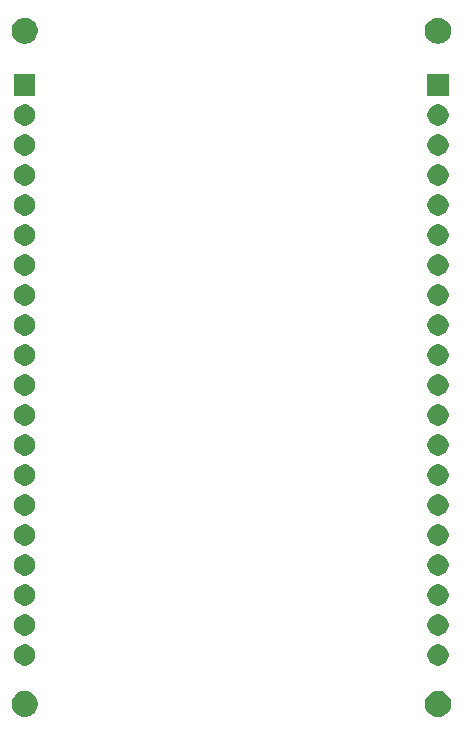
<source format=gbs>
G04 #@! TF.GenerationSoftware,KiCad,Pcbnew,(5.1.5)-3*
G04 #@! TF.CreationDate,2020-02-19T21:31:58-08:00*
G04 #@! TF.ProjectId,SimpleF303,53696d70-6c65-4463-9330-332e6b696361,0.1*
G04 #@! TF.SameCoordinates,Original*
G04 #@! TF.FileFunction,Soldermask,Bot*
G04 #@! TF.FilePolarity,Negative*
%FSLAX46Y46*%
G04 Gerber Fmt 4.6, Leading zero omitted, Abs format (unit mm)*
G04 Created by KiCad (PCBNEW (5.1.5)-3) date 2020-02-19 21:31:58*
%MOMM*%
%LPD*%
G04 APERTURE LIST*
%ADD10C,0.100000*%
G04 APERTURE END LIST*
D10*
G36*
X146114794Y-170870155D02*
G01*
X146221150Y-170891311D01*
X146421520Y-170974307D01*
X146601844Y-171094795D01*
X146755205Y-171248156D01*
X146875693Y-171428480D01*
X146958689Y-171628851D01*
X147001000Y-171841560D01*
X147001000Y-172058440D01*
X146958689Y-172271149D01*
X146875693Y-172471520D01*
X146755205Y-172651844D01*
X146601844Y-172805205D01*
X146421520Y-172925693D01*
X146321334Y-172967191D01*
X146221150Y-173008689D01*
X146114795Y-173029844D01*
X146008440Y-173051000D01*
X145791560Y-173051000D01*
X145685205Y-173029844D01*
X145578850Y-173008689D01*
X145478666Y-172967191D01*
X145378480Y-172925693D01*
X145198156Y-172805205D01*
X145044795Y-172651844D01*
X144924307Y-172471520D01*
X144841311Y-172271149D01*
X144799000Y-172058440D01*
X144799000Y-171841560D01*
X144841311Y-171628851D01*
X144924307Y-171428480D01*
X145044795Y-171248156D01*
X145198156Y-171094795D01*
X145378480Y-170974307D01*
X145478666Y-170932809D01*
X145578850Y-170891311D01*
X145685206Y-170870155D01*
X145791560Y-170849000D01*
X146008440Y-170849000D01*
X146114794Y-170870155D01*
G37*
G36*
X111114794Y-170870155D02*
G01*
X111221150Y-170891311D01*
X111421520Y-170974307D01*
X111601844Y-171094795D01*
X111755205Y-171248156D01*
X111875693Y-171428480D01*
X111958689Y-171628851D01*
X112001000Y-171841560D01*
X112001000Y-172058440D01*
X111958689Y-172271149D01*
X111875693Y-172471520D01*
X111755205Y-172651844D01*
X111601844Y-172805205D01*
X111421520Y-172925693D01*
X111321334Y-172967191D01*
X111221150Y-173008689D01*
X111114795Y-173029844D01*
X111008440Y-173051000D01*
X110791560Y-173051000D01*
X110685205Y-173029844D01*
X110578850Y-173008689D01*
X110478666Y-172967191D01*
X110378480Y-172925693D01*
X110198156Y-172805205D01*
X110044795Y-172651844D01*
X109924307Y-172471520D01*
X109841311Y-172271149D01*
X109799000Y-172058440D01*
X109799000Y-171841560D01*
X109841311Y-171628851D01*
X109924307Y-171428480D01*
X110044795Y-171248156D01*
X110198156Y-171094795D01*
X110378480Y-170974307D01*
X110578850Y-170891311D01*
X110685206Y-170870155D01*
X110791560Y-170849000D01*
X111008440Y-170849000D01*
X111114794Y-170870155D01*
G37*
G36*
X146013512Y-166913927D02*
G01*
X146162812Y-166943624D01*
X146326784Y-167011544D01*
X146474354Y-167110147D01*
X146599853Y-167235646D01*
X146698456Y-167383216D01*
X146766376Y-167547188D01*
X146801000Y-167721259D01*
X146801000Y-167898741D01*
X146766376Y-168072812D01*
X146698456Y-168236784D01*
X146599853Y-168384354D01*
X146474354Y-168509853D01*
X146326784Y-168608456D01*
X146162812Y-168676376D01*
X146013512Y-168706073D01*
X145988742Y-168711000D01*
X145811258Y-168711000D01*
X145786488Y-168706073D01*
X145637188Y-168676376D01*
X145473216Y-168608456D01*
X145325646Y-168509853D01*
X145200147Y-168384354D01*
X145101544Y-168236784D01*
X145033624Y-168072812D01*
X144999000Y-167898741D01*
X144999000Y-167721259D01*
X145033624Y-167547188D01*
X145101544Y-167383216D01*
X145200147Y-167235646D01*
X145325646Y-167110147D01*
X145473216Y-167011544D01*
X145637188Y-166943624D01*
X145786488Y-166913927D01*
X145811258Y-166909000D01*
X145988742Y-166909000D01*
X146013512Y-166913927D01*
G37*
G36*
X111013512Y-166913927D02*
G01*
X111162812Y-166943624D01*
X111326784Y-167011544D01*
X111474354Y-167110147D01*
X111599853Y-167235646D01*
X111698456Y-167383216D01*
X111766376Y-167547188D01*
X111801000Y-167721259D01*
X111801000Y-167898741D01*
X111766376Y-168072812D01*
X111698456Y-168236784D01*
X111599853Y-168384354D01*
X111474354Y-168509853D01*
X111326784Y-168608456D01*
X111162812Y-168676376D01*
X111013512Y-168706073D01*
X110988742Y-168711000D01*
X110811258Y-168711000D01*
X110786488Y-168706073D01*
X110637188Y-168676376D01*
X110473216Y-168608456D01*
X110325646Y-168509853D01*
X110200147Y-168384354D01*
X110101544Y-168236784D01*
X110033624Y-168072812D01*
X109999000Y-167898741D01*
X109999000Y-167721259D01*
X110033624Y-167547188D01*
X110101544Y-167383216D01*
X110200147Y-167235646D01*
X110325646Y-167110147D01*
X110473216Y-167011544D01*
X110637188Y-166943624D01*
X110786488Y-166913927D01*
X110811258Y-166909000D01*
X110988742Y-166909000D01*
X111013512Y-166913927D01*
G37*
G36*
X146013512Y-164373927D02*
G01*
X146162812Y-164403624D01*
X146326784Y-164471544D01*
X146474354Y-164570147D01*
X146599853Y-164695646D01*
X146698456Y-164843216D01*
X146766376Y-165007188D01*
X146801000Y-165181259D01*
X146801000Y-165358741D01*
X146766376Y-165532812D01*
X146698456Y-165696784D01*
X146599853Y-165844354D01*
X146474354Y-165969853D01*
X146326784Y-166068456D01*
X146162812Y-166136376D01*
X146013512Y-166166073D01*
X145988742Y-166171000D01*
X145811258Y-166171000D01*
X145786488Y-166166073D01*
X145637188Y-166136376D01*
X145473216Y-166068456D01*
X145325646Y-165969853D01*
X145200147Y-165844354D01*
X145101544Y-165696784D01*
X145033624Y-165532812D01*
X144999000Y-165358741D01*
X144999000Y-165181259D01*
X145033624Y-165007188D01*
X145101544Y-164843216D01*
X145200147Y-164695646D01*
X145325646Y-164570147D01*
X145473216Y-164471544D01*
X145637188Y-164403624D01*
X145786488Y-164373927D01*
X145811258Y-164369000D01*
X145988742Y-164369000D01*
X146013512Y-164373927D01*
G37*
G36*
X111013512Y-164373927D02*
G01*
X111162812Y-164403624D01*
X111326784Y-164471544D01*
X111474354Y-164570147D01*
X111599853Y-164695646D01*
X111698456Y-164843216D01*
X111766376Y-165007188D01*
X111801000Y-165181259D01*
X111801000Y-165358741D01*
X111766376Y-165532812D01*
X111698456Y-165696784D01*
X111599853Y-165844354D01*
X111474354Y-165969853D01*
X111326784Y-166068456D01*
X111162812Y-166136376D01*
X111013512Y-166166073D01*
X110988742Y-166171000D01*
X110811258Y-166171000D01*
X110786488Y-166166073D01*
X110637188Y-166136376D01*
X110473216Y-166068456D01*
X110325646Y-165969853D01*
X110200147Y-165844354D01*
X110101544Y-165696784D01*
X110033624Y-165532812D01*
X109999000Y-165358741D01*
X109999000Y-165181259D01*
X110033624Y-165007188D01*
X110101544Y-164843216D01*
X110200147Y-164695646D01*
X110325646Y-164570147D01*
X110473216Y-164471544D01*
X110637188Y-164403624D01*
X110786488Y-164373927D01*
X110811258Y-164369000D01*
X110988742Y-164369000D01*
X111013512Y-164373927D01*
G37*
G36*
X111013512Y-161833927D02*
G01*
X111162812Y-161863624D01*
X111326784Y-161931544D01*
X111474354Y-162030147D01*
X111599853Y-162155646D01*
X111698456Y-162303216D01*
X111766376Y-162467188D01*
X111801000Y-162641259D01*
X111801000Y-162818741D01*
X111766376Y-162992812D01*
X111698456Y-163156784D01*
X111599853Y-163304354D01*
X111474354Y-163429853D01*
X111326784Y-163528456D01*
X111162812Y-163596376D01*
X111013512Y-163626073D01*
X110988742Y-163631000D01*
X110811258Y-163631000D01*
X110786488Y-163626073D01*
X110637188Y-163596376D01*
X110473216Y-163528456D01*
X110325646Y-163429853D01*
X110200147Y-163304354D01*
X110101544Y-163156784D01*
X110033624Y-162992812D01*
X109999000Y-162818741D01*
X109999000Y-162641259D01*
X110033624Y-162467188D01*
X110101544Y-162303216D01*
X110200147Y-162155646D01*
X110325646Y-162030147D01*
X110473216Y-161931544D01*
X110637188Y-161863624D01*
X110786488Y-161833927D01*
X110811258Y-161829000D01*
X110988742Y-161829000D01*
X111013512Y-161833927D01*
G37*
G36*
X146013512Y-161833927D02*
G01*
X146162812Y-161863624D01*
X146326784Y-161931544D01*
X146474354Y-162030147D01*
X146599853Y-162155646D01*
X146698456Y-162303216D01*
X146766376Y-162467188D01*
X146801000Y-162641259D01*
X146801000Y-162818741D01*
X146766376Y-162992812D01*
X146698456Y-163156784D01*
X146599853Y-163304354D01*
X146474354Y-163429853D01*
X146326784Y-163528456D01*
X146162812Y-163596376D01*
X146013512Y-163626073D01*
X145988742Y-163631000D01*
X145811258Y-163631000D01*
X145786488Y-163626073D01*
X145637188Y-163596376D01*
X145473216Y-163528456D01*
X145325646Y-163429853D01*
X145200147Y-163304354D01*
X145101544Y-163156784D01*
X145033624Y-162992812D01*
X144999000Y-162818741D01*
X144999000Y-162641259D01*
X145033624Y-162467188D01*
X145101544Y-162303216D01*
X145200147Y-162155646D01*
X145325646Y-162030147D01*
X145473216Y-161931544D01*
X145637188Y-161863624D01*
X145786488Y-161833927D01*
X145811258Y-161829000D01*
X145988742Y-161829000D01*
X146013512Y-161833927D01*
G37*
G36*
X111013512Y-159293927D02*
G01*
X111162812Y-159323624D01*
X111326784Y-159391544D01*
X111474354Y-159490147D01*
X111599853Y-159615646D01*
X111698456Y-159763216D01*
X111766376Y-159927188D01*
X111801000Y-160101259D01*
X111801000Y-160278741D01*
X111766376Y-160452812D01*
X111698456Y-160616784D01*
X111599853Y-160764354D01*
X111474354Y-160889853D01*
X111326784Y-160988456D01*
X111162812Y-161056376D01*
X111013512Y-161086073D01*
X110988742Y-161091000D01*
X110811258Y-161091000D01*
X110786488Y-161086073D01*
X110637188Y-161056376D01*
X110473216Y-160988456D01*
X110325646Y-160889853D01*
X110200147Y-160764354D01*
X110101544Y-160616784D01*
X110033624Y-160452812D01*
X109999000Y-160278741D01*
X109999000Y-160101259D01*
X110033624Y-159927188D01*
X110101544Y-159763216D01*
X110200147Y-159615646D01*
X110325646Y-159490147D01*
X110473216Y-159391544D01*
X110637188Y-159323624D01*
X110786488Y-159293927D01*
X110811258Y-159289000D01*
X110988742Y-159289000D01*
X111013512Y-159293927D01*
G37*
G36*
X146013512Y-159293927D02*
G01*
X146162812Y-159323624D01*
X146326784Y-159391544D01*
X146474354Y-159490147D01*
X146599853Y-159615646D01*
X146698456Y-159763216D01*
X146766376Y-159927188D01*
X146801000Y-160101259D01*
X146801000Y-160278741D01*
X146766376Y-160452812D01*
X146698456Y-160616784D01*
X146599853Y-160764354D01*
X146474354Y-160889853D01*
X146326784Y-160988456D01*
X146162812Y-161056376D01*
X146013512Y-161086073D01*
X145988742Y-161091000D01*
X145811258Y-161091000D01*
X145786488Y-161086073D01*
X145637188Y-161056376D01*
X145473216Y-160988456D01*
X145325646Y-160889853D01*
X145200147Y-160764354D01*
X145101544Y-160616784D01*
X145033624Y-160452812D01*
X144999000Y-160278741D01*
X144999000Y-160101259D01*
X145033624Y-159927188D01*
X145101544Y-159763216D01*
X145200147Y-159615646D01*
X145325646Y-159490147D01*
X145473216Y-159391544D01*
X145637188Y-159323624D01*
X145786488Y-159293927D01*
X145811258Y-159289000D01*
X145988742Y-159289000D01*
X146013512Y-159293927D01*
G37*
G36*
X146013512Y-156753927D02*
G01*
X146162812Y-156783624D01*
X146326784Y-156851544D01*
X146474354Y-156950147D01*
X146599853Y-157075646D01*
X146698456Y-157223216D01*
X146766376Y-157387188D01*
X146801000Y-157561259D01*
X146801000Y-157738741D01*
X146766376Y-157912812D01*
X146698456Y-158076784D01*
X146599853Y-158224354D01*
X146474354Y-158349853D01*
X146326784Y-158448456D01*
X146162812Y-158516376D01*
X146013512Y-158546073D01*
X145988742Y-158551000D01*
X145811258Y-158551000D01*
X145786488Y-158546073D01*
X145637188Y-158516376D01*
X145473216Y-158448456D01*
X145325646Y-158349853D01*
X145200147Y-158224354D01*
X145101544Y-158076784D01*
X145033624Y-157912812D01*
X144999000Y-157738741D01*
X144999000Y-157561259D01*
X145033624Y-157387188D01*
X145101544Y-157223216D01*
X145200147Y-157075646D01*
X145325646Y-156950147D01*
X145473216Y-156851544D01*
X145637188Y-156783624D01*
X145786488Y-156753927D01*
X145811258Y-156749000D01*
X145988742Y-156749000D01*
X146013512Y-156753927D01*
G37*
G36*
X111013512Y-156753927D02*
G01*
X111162812Y-156783624D01*
X111326784Y-156851544D01*
X111474354Y-156950147D01*
X111599853Y-157075646D01*
X111698456Y-157223216D01*
X111766376Y-157387188D01*
X111801000Y-157561259D01*
X111801000Y-157738741D01*
X111766376Y-157912812D01*
X111698456Y-158076784D01*
X111599853Y-158224354D01*
X111474354Y-158349853D01*
X111326784Y-158448456D01*
X111162812Y-158516376D01*
X111013512Y-158546073D01*
X110988742Y-158551000D01*
X110811258Y-158551000D01*
X110786488Y-158546073D01*
X110637188Y-158516376D01*
X110473216Y-158448456D01*
X110325646Y-158349853D01*
X110200147Y-158224354D01*
X110101544Y-158076784D01*
X110033624Y-157912812D01*
X109999000Y-157738741D01*
X109999000Y-157561259D01*
X110033624Y-157387188D01*
X110101544Y-157223216D01*
X110200147Y-157075646D01*
X110325646Y-156950147D01*
X110473216Y-156851544D01*
X110637188Y-156783624D01*
X110786488Y-156753927D01*
X110811258Y-156749000D01*
X110988742Y-156749000D01*
X111013512Y-156753927D01*
G37*
G36*
X146013512Y-154213927D02*
G01*
X146162812Y-154243624D01*
X146326784Y-154311544D01*
X146474354Y-154410147D01*
X146599853Y-154535646D01*
X146698456Y-154683216D01*
X146766376Y-154847188D01*
X146801000Y-155021259D01*
X146801000Y-155198741D01*
X146766376Y-155372812D01*
X146698456Y-155536784D01*
X146599853Y-155684354D01*
X146474354Y-155809853D01*
X146326784Y-155908456D01*
X146162812Y-155976376D01*
X146013512Y-156006073D01*
X145988742Y-156011000D01*
X145811258Y-156011000D01*
X145786488Y-156006073D01*
X145637188Y-155976376D01*
X145473216Y-155908456D01*
X145325646Y-155809853D01*
X145200147Y-155684354D01*
X145101544Y-155536784D01*
X145033624Y-155372812D01*
X144999000Y-155198741D01*
X144999000Y-155021259D01*
X145033624Y-154847188D01*
X145101544Y-154683216D01*
X145200147Y-154535646D01*
X145325646Y-154410147D01*
X145473216Y-154311544D01*
X145637188Y-154243624D01*
X145786488Y-154213927D01*
X145811258Y-154209000D01*
X145988742Y-154209000D01*
X146013512Y-154213927D01*
G37*
G36*
X111013512Y-154213927D02*
G01*
X111162812Y-154243624D01*
X111326784Y-154311544D01*
X111474354Y-154410147D01*
X111599853Y-154535646D01*
X111698456Y-154683216D01*
X111766376Y-154847188D01*
X111801000Y-155021259D01*
X111801000Y-155198741D01*
X111766376Y-155372812D01*
X111698456Y-155536784D01*
X111599853Y-155684354D01*
X111474354Y-155809853D01*
X111326784Y-155908456D01*
X111162812Y-155976376D01*
X111013512Y-156006073D01*
X110988742Y-156011000D01*
X110811258Y-156011000D01*
X110786488Y-156006073D01*
X110637188Y-155976376D01*
X110473216Y-155908456D01*
X110325646Y-155809853D01*
X110200147Y-155684354D01*
X110101544Y-155536784D01*
X110033624Y-155372812D01*
X109999000Y-155198741D01*
X109999000Y-155021259D01*
X110033624Y-154847188D01*
X110101544Y-154683216D01*
X110200147Y-154535646D01*
X110325646Y-154410147D01*
X110473216Y-154311544D01*
X110637188Y-154243624D01*
X110786488Y-154213927D01*
X110811258Y-154209000D01*
X110988742Y-154209000D01*
X111013512Y-154213927D01*
G37*
G36*
X146013512Y-151673927D02*
G01*
X146162812Y-151703624D01*
X146326784Y-151771544D01*
X146474354Y-151870147D01*
X146599853Y-151995646D01*
X146698456Y-152143216D01*
X146766376Y-152307188D01*
X146801000Y-152481259D01*
X146801000Y-152658741D01*
X146766376Y-152832812D01*
X146698456Y-152996784D01*
X146599853Y-153144354D01*
X146474354Y-153269853D01*
X146326784Y-153368456D01*
X146162812Y-153436376D01*
X146013512Y-153466073D01*
X145988742Y-153471000D01*
X145811258Y-153471000D01*
X145786488Y-153466073D01*
X145637188Y-153436376D01*
X145473216Y-153368456D01*
X145325646Y-153269853D01*
X145200147Y-153144354D01*
X145101544Y-152996784D01*
X145033624Y-152832812D01*
X144999000Y-152658741D01*
X144999000Y-152481259D01*
X145033624Y-152307188D01*
X145101544Y-152143216D01*
X145200147Y-151995646D01*
X145325646Y-151870147D01*
X145473216Y-151771544D01*
X145637188Y-151703624D01*
X145786488Y-151673927D01*
X145811258Y-151669000D01*
X145988742Y-151669000D01*
X146013512Y-151673927D01*
G37*
G36*
X111013512Y-151673927D02*
G01*
X111162812Y-151703624D01*
X111326784Y-151771544D01*
X111474354Y-151870147D01*
X111599853Y-151995646D01*
X111698456Y-152143216D01*
X111766376Y-152307188D01*
X111801000Y-152481259D01*
X111801000Y-152658741D01*
X111766376Y-152832812D01*
X111698456Y-152996784D01*
X111599853Y-153144354D01*
X111474354Y-153269853D01*
X111326784Y-153368456D01*
X111162812Y-153436376D01*
X111013512Y-153466073D01*
X110988742Y-153471000D01*
X110811258Y-153471000D01*
X110786488Y-153466073D01*
X110637188Y-153436376D01*
X110473216Y-153368456D01*
X110325646Y-153269853D01*
X110200147Y-153144354D01*
X110101544Y-152996784D01*
X110033624Y-152832812D01*
X109999000Y-152658741D01*
X109999000Y-152481259D01*
X110033624Y-152307188D01*
X110101544Y-152143216D01*
X110200147Y-151995646D01*
X110325646Y-151870147D01*
X110473216Y-151771544D01*
X110637188Y-151703624D01*
X110786488Y-151673927D01*
X110811258Y-151669000D01*
X110988742Y-151669000D01*
X111013512Y-151673927D01*
G37*
G36*
X111013512Y-149133927D02*
G01*
X111162812Y-149163624D01*
X111326784Y-149231544D01*
X111474354Y-149330147D01*
X111599853Y-149455646D01*
X111698456Y-149603216D01*
X111766376Y-149767188D01*
X111801000Y-149941259D01*
X111801000Y-150118741D01*
X111766376Y-150292812D01*
X111698456Y-150456784D01*
X111599853Y-150604354D01*
X111474354Y-150729853D01*
X111326784Y-150828456D01*
X111162812Y-150896376D01*
X111013512Y-150926073D01*
X110988742Y-150931000D01*
X110811258Y-150931000D01*
X110786488Y-150926073D01*
X110637188Y-150896376D01*
X110473216Y-150828456D01*
X110325646Y-150729853D01*
X110200147Y-150604354D01*
X110101544Y-150456784D01*
X110033624Y-150292812D01*
X109999000Y-150118741D01*
X109999000Y-149941259D01*
X110033624Y-149767188D01*
X110101544Y-149603216D01*
X110200147Y-149455646D01*
X110325646Y-149330147D01*
X110473216Y-149231544D01*
X110637188Y-149163624D01*
X110786488Y-149133927D01*
X110811258Y-149129000D01*
X110988742Y-149129000D01*
X111013512Y-149133927D01*
G37*
G36*
X146013512Y-149133927D02*
G01*
X146162812Y-149163624D01*
X146326784Y-149231544D01*
X146474354Y-149330147D01*
X146599853Y-149455646D01*
X146698456Y-149603216D01*
X146766376Y-149767188D01*
X146801000Y-149941259D01*
X146801000Y-150118741D01*
X146766376Y-150292812D01*
X146698456Y-150456784D01*
X146599853Y-150604354D01*
X146474354Y-150729853D01*
X146326784Y-150828456D01*
X146162812Y-150896376D01*
X146013512Y-150926073D01*
X145988742Y-150931000D01*
X145811258Y-150931000D01*
X145786488Y-150926073D01*
X145637188Y-150896376D01*
X145473216Y-150828456D01*
X145325646Y-150729853D01*
X145200147Y-150604354D01*
X145101544Y-150456784D01*
X145033624Y-150292812D01*
X144999000Y-150118741D01*
X144999000Y-149941259D01*
X145033624Y-149767188D01*
X145101544Y-149603216D01*
X145200147Y-149455646D01*
X145325646Y-149330147D01*
X145473216Y-149231544D01*
X145637188Y-149163624D01*
X145786488Y-149133927D01*
X145811258Y-149129000D01*
X145988742Y-149129000D01*
X146013512Y-149133927D01*
G37*
G36*
X146013512Y-146593927D02*
G01*
X146162812Y-146623624D01*
X146326784Y-146691544D01*
X146474354Y-146790147D01*
X146599853Y-146915646D01*
X146698456Y-147063216D01*
X146766376Y-147227188D01*
X146801000Y-147401259D01*
X146801000Y-147578741D01*
X146766376Y-147752812D01*
X146698456Y-147916784D01*
X146599853Y-148064354D01*
X146474354Y-148189853D01*
X146326784Y-148288456D01*
X146162812Y-148356376D01*
X146013512Y-148386073D01*
X145988742Y-148391000D01*
X145811258Y-148391000D01*
X145786488Y-148386073D01*
X145637188Y-148356376D01*
X145473216Y-148288456D01*
X145325646Y-148189853D01*
X145200147Y-148064354D01*
X145101544Y-147916784D01*
X145033624Y-147752812D01*
X144999000Y-147578741D01*
X144999000Y-147401259D01*
X145033624Y-147227188D01*
X145101544Y-147063216D01*
X145200147Y-146915646D01*
X145325646Y-146790147D01*
X145473216Y-146691544D01*
X145637188Y-146623624D01*
X145786488Y-146593927D01*
X145811258Y-146589000D01*
X145988742Y-146589000D01*
X146013512Y-146593927D01*
G37*
G36*
X111013512Y-146593927D02*
G01*
X111162812Y-146623624D01*
X111326784Y-146691544D01*
X111474354Y-146790147D01*
X111599853Y-146915646D01*
X111698456Y-147063216D01*
X111766376Y-147227188D01*
X111801000Y-147401259D01*
X111801000Y-147578741D01*
X111766376Y-147752812D01*
X111698456Y-147916784D01*
X111599853Y-148064354D01*
X111474354Y-148189853D01*
X111326784Y-148288456D01*
X111162812Y-148356376D01*
X111013512Y-148386073D01*
X110988742Y-148391000D01*
X110811258Y-148391000D01*
X110786488Y-148386073D01*
X110637188Y-148356376D01*
X110473216Y-148288456D01*
X110325646Y-148189853D01*
X110200147Y-148064354D01*
X110101544Y-147916784D01*
X110033624Y-147752812D01*
X109999000Y-147578741D01*
X109999000Y-147401259D01*
X110033624Y-147227188D01*
X110101544Y-147063216D01*
X110200147Y-146915646D01*
X110325646Y-146790147D01*
X110473216Y-146691544D01*
X110637188Y-146623624D01*
X110786488Y-146593927D01*
X110811258Y-146589000D01*
X110988742Y-146589000D01*
X111013512Y-146593927D01*
G37*
G36*
X111013512Y-144053927D02*
G01*
X111162812Y-144083624D01*
X111326784Y-144151544D01*
X111474354Y-144250147D01*
X111599853Y-144375646D01*
X111698456Y-144523216D01*
X111766376Y-144687188D01*
X111801000Y-144861259D01*
X111801000Y-145038741D01*
X111766376Y-145212812D01*
X111698456Y-145376784D01*
X111599853Y-145524354D01*
X111474354Y-145649853D01*
X111326784Y-145748456D01*
X111162812Y-145816376D01*
X111013512Y-145846073D01*
X110988742Y-145851000D01*
X110811258Y-145851000D01*
X110786488Y-145846073D01*
X110637188Y-145816376D01*
X110473216Y-145748456D01*
X110325646Y-145649853D01*
X110200147Y-145524354D01*
X110101544Y-145376784D01*
X110033624Y-145212812D01*
X109999000Y-145038741D01*
X109999000Y-144861259D01*
X110033624Y-144687188D01*
X110101544Y-144523216D01*
X110200147Y-144375646D01*
X110325646Y-144250147D01*
X110473216Y-144151544D01*
X110637188Y-144083624D01*
X110786488Y-144053927D01*
X110811258Y-144049000D01*
X110988742Y-144049000D01*
X111013512Y-144053927D01*
G37*
G36*
X146013512Y-144053927D02*
G01*
X146162812Y-144083624D01*
X146326784Y-144151544D01*
X146474354Y-144250147D01*
X146599853Y-144375646D01*
X146698456Y-144523216D01*
X146766376Y-144687188D01*
X146801000Y-144861259D01*
X146801000Y-145038741D01*
X146766376Y-145212812D01*
X146698456Y-145376784D01*
X146599853Y-145524354D01*
X146474354Y-145649853D01*
X146326784Y-145748456D01*
X146162812Y-145816376D01*
X146013512Y-145846073D01*
X145988742Y-145851000D01*
X145811258Y-145851000D01*
X145786488Y-145846073D01*
X145637188Y-145816376D01*
X145473216Y-145748456D01*
X145325646Y-145649853D01*
X145200147Y-145524354D01*
X145101544Y-145376784D01*
X145033624Y-145212812D01*
X144999000Y-145038741D01*
X144999000Y-144861259D01*
X145033624Y-144687188D01*
X145101544Y-144523216D01*
X145200147Y-144375646D01*
X145325646Y-144250147D01*
X145473216Y-144151544D01*
X145637188Y-144083624D01*
X145786488Y-144053927D01*
X145811258Y-144049000D01*
X145988742Y-144049000D01*
X146013512Y-144053927D01*
G37*
G36*
X146013512Y-141513927D02*
G01*
X146162812Y-141543624D01*
X146326784Y-141611544D01*
X146474354Y-141710147D01*
X146599853Y-141835646D01*
X146698456Y-141983216D01*
X146766376Y-142147188D01*
X146801000Y-142321259D01*
X146801000Y-142498741D01*
X146766376Y-142672812D01*
X146698456Y-142836784D01*
X146599853Y-142984354D01*
X146474354Y-143109853D01*
X146326784Y-143208456D01*
X146162812Y-143276376D01*
X146013512Y-143306073D01*
X145988742Y-143311000D01*
X145811258Y-143311000D01*
X145786488Y-143306073D01*
X145637188Y-143276376D01*
X145473216Y-143208456D01*
X145325646Y-143109853D01*
X145200147Y-142984354D01*
X145101544Y-142836784D01*
X145033624Y-142672812D01*
X144999000Y-142498741D01*
X144999000Y-142321259D01*
X145033624Y-142147188D01*
X145101544Y-141983216D01*
X145200147Y-141835646D01*
X145325646Y-141710147D01*
X145473216Y-141611544D01*
X145637188Y-141543624D01*
X145786488Y-141513927D01*
X145811258Y-141509000D01*
X145988742Y-141509000D01*
X146013512Y-141513927D01*
G37*
G36*
X111013512Y-141513927D02*
G01*
X111162812Y-141543624D01*
X111326784Y-141611544D01*
X111474354Y-141710147D01*
X111599853Y-141835646D01*
X111698456Y-141983216D01*
X111766376Y-142147188D01*
X111801000Y-142321259D01*
X111801000Y-142498741D01*
X111766376Y-142672812D01*
X111698456Y-142836784D01*
X111599853Y-142984354D01*
X111474354Y-143109853D01*
X111326784Y-143208456D01*
X111162812Y-143276376D01*
X111013512Y-143306073D01*
X110988742Y-143311000D01*
X110811258Y-143311000D01*
X110786488Y-143306073D01*
X110637188Y-143276376D01*
X110473216Y-143208456D01*
X110325646Y-143109853D01*
X110200147Y-142984354D01*
X110101544Y-142836784D01*
X110033624Y-142672812D01*
X109999000Y-142498741D01*
X109999000Y-142321259D01*
X110033624Y-142147188D01*
X110101544Y-141983216D01*
X110200147Y-141835646D01*
X110325646Y-141710147D01*
X110473216Y-141611544D01*
X110637188Y-141543624D01*
X110786488Y-141513927D01*
X110811258Y-141509000D01*
X110988742Y-141509000D01*
X111013512Y-141513927D01*
G37*
G36*
X146013512Y-138973927D02*
G01*
X146162812Y-139003624D01*
X146326784Y-139071544D01*
X146474354Y-139170147D01*
X146599853Y-139295646D01*
X146698456Y-139443216D01*
X146766376Y-139607188D01*
X146801000Y-139781259D01*
X146801000Y-139958741D01*
X146766376Y-140132812D01*
X146698456Y-140296784D01*
X146599853Y-140444354D01*
X146474354Y-140569853D01*
X146326784Y-140668456D01*
X146162812Y-140736376D01*
X146013512Y-140766073D01*
X145988742Y-140771000D01*
X145811258Y-140771000D01*
X145786488Y-140766073D01*
X145637188Y-140736376D01*
X145473216Y-140668456D01*
X145325646Y-140569853D01*
X145200147Y-140444354D01*
X145101544Y-140296784D01*
X145033624Y-140132812D01*
X144999000Y-139958741D01*
X144999000Y-139781259D01*
X145033624Y-139607188D01*
X145101544Y-139443216D01*
X145200147Y-139295646D01*
X145325646Y-139170147D01*
X145473216Y-139071544D01*
X145637188Y-139003624D01*
X145786488Y-138973927D01*
X145811258Y-138969000D01*
X145988742Y-138969000D01*
X146013512Y-138973927D01*
G37*
G36*
X111013512Y-138973927D02*
G01*
X111162812Y-139003624D01*
X111326784Y-139071544D01*
X111474354Y-139170147D01*
X111599853Y-139295646D01*
X111698456Y-139443216D01*
X111766376Y-139607188D01*
X111801000Y-139781259D01*
X111801000Y-139958741D01*
X111766376Y-140132812D01*
X111698456Y-140296784D01*
X111599853Y-140444354D01*
X111474354Y-140569853D01*
X111326784Y-140668456D01*
X111162812Y-140736376D01*
X111013512Y-140766073D01*
X110988742Y-140771000D01*
X110811258Y-140771000D01*
X110786488Y-140766073D01*
X110637188Y-140736376D01*
X110473216Y-140668456D01*
X110325646Y-140569853D01*
X110200147Y-140444354D01*
X110101544Y-140296784D01*
X110033624Y-140132812D01*
X109999000Y-139958741D01*
X109999000Y-139781259D01*
X110033624Y-139607188D01*
X110101544Y-139443216D01*
X110200147Y-139295646D01*
X110325646Y-139170147D01*
X110473216Y-139071544D01*
X110637188Y-139003624D01*
X110786488Y-138973927D01*
X110811258Y-138969000D01*
X110988742Y-138969000D01*
X111013512Y-138973927D01*
G37*
G36*
X146013512Y-136433927D02*
G01*
X146162812Y-136463624D01*
X146326784Y-136531544D01*
X146474354Y-136630147D01*
X146599853Y-136755646D01*
X146698456Y-136903216D01*
X146766376Y-137067188D01*
X146801000Y-137241259D01*
X146801000Y-137418741D01*
X146766376Y-137592812D01*
X146698456Y-137756784D01*
X146599853Y-137904354D01*
X146474354Y-138029853D01*
X146326784Y-138128456D01*
X146162812Y-138196376D01*
X146013512Y-138226073D01*
X145988742Y-138231000D01*
X145811258Y-138231000D01*
X145786488Y-138226073D01*
X145637188Y-138196376D01*
X145473216Y-138128456D01*
X145325646Y-138029853D01*
X145200147Y-137904354D01*
X145101544Y-137756784D01*
X145033624Y-137592812D01*
X144999000Y-137418741D01*
X144999000Y-137241259D01*
X145033624Y-137067188D01*
X145101544Y-136903216D01*
X145200147Y-136755646D01*
X145325646Y-136630147D01*
X145473216Y-136531544D01*
X145637188Y-136463624D01*
X145786488Y-136433927D01*
X145811258Y-136429000D01*
X145988742Y-136429000D01*
X146013512Y-136433927D01*
G37*
G36*
X111013512Y-136433927D02*
G01*
X111162812Y-136463624D01*
X111326784Y-136531544D01*
X111474354Y-136630147D01*
X111599853Y-136755646D01*
X111698456Y-136903216D01*
X111766376Y-137067188D01*
X111801000Y-137241259D01*
X111801000Y-137418741D01*
X111766376Y-137592812D01*
X111698456Y-137756784D01*
X111599853Y-137904354D01*
X111474354Y-138029853D01*
X111326784Y-138128456D01*
X111162812Y-138196376D01*
X111013512Y-138226073D01*
X110988742Y-138231000D01*
X110811258Y-138231000D01*
X110786488Y-138226073D01*
X110637188Y-138196376D01*
X110473216Y-138128456D01*
X110325646Y-138029853D01*
X110200147Y-137904354D01*
X110101544Y-137756784D01*
X110033624Y-137592812D01*
X109999000Y-137418741D01*
X109999000Y-137241259D01*
X110033624Y-137067188D01*
X110101544Y-136903216D01*
X110200147Y-136755646D01*
X110325646Y-136630147D01*
X110473216Y-136531544D01*
X110637188Y-136463624D01*
X110786488Y-136433927D01*
X110811258Y-136429000D01*
X110988742Y-136429000D01*
X111013512Y-136433927D01*
G37*
G36*
X146013512Y-133893927D02*
G01*
X146162812Y-133923624D01*
X146326784Y-133991544D01*
X146474354Y-134090147D01*
X146599853Y-134215646D01*
X146698456Y-134363216D01*
X146766376Y-134527188D01*
X146801000Y-134701259D01*
X146801000Y-134878741D01*
X146766376Y-135052812D01*
X146698456Y-135216784D01*
X146599853Y-135364354D01*
X146474354Y-135489853D01*
X146326784Y-135588456D01*
X146162812Y-135656376D01*
X146013512Y-135686073D01*
X145988742Y-135691000D01*
X145811258Y-135691000D01*
X145786488Y-135686073D01*
X145637188Y-135656376D01*
X145473216Y-135588456D01*
X145325646Y-135489853D01*
X145200147Y-135364354D01*
X145101544Y-135216784D01*
X145033624Y-135052812D01*
X144999000Y-134878741D01*
X144999000Y-134701259D01*
X145033624Y-134527188D01*
X145101544Y-134363216D01*
X145200147Y-134215646D01*
X145325646Y-134090147D01*
X145473216Y-133991544D01*
X145637188Y-133923624D01*
X145786488Y-133893927D01*
X145811258Y-133889000D01*
X145988742Y-133889000D01*
X146013512Y-133893927D01*
G37*
G36*
X111013512Y-133893927D02*
G01*
X111162812Y-133923624D01*
X111326784Y-133991544D01*
X111474354Y-134090147D01*
X111599853Y-134215646D01*
X111698456Y-134363216D01*
X111766376Y-134527188D01*
X111801000Y-134701259D01*
X111801000Y-134878741D01*
X111766376Y-135052812D01*
X111698456Y-135216784D01*
X111599853Y-135364354D01*
X111474354Y-135489853D01*
X111326784Y-135588456D01*
X111162812Y-135656376D01*
X111013512Y-135686073D01*
X110988742Y-135691000D01*
X110811258Y-135691000D01*
X110786488Y-135686073D01*
X110637188Y-135656376D01*
X110473216Y-135588456D01*
X110325646Y-135489853D01*
X110200147Y-135364354D01*
X110101544Y-135216784D01*
X110033624Y-135052812D01*
X109999000Y-134878741D01*
X109999000Y-134701259D01*
X110033624Y-134527188D01*
X110101544Y-134363216D01*
X110200147Y-134215646D01*
X110325646Y-134090147D01*
X110473216Y-133991544D01*
X110637188Y-133923624D01*
X110786488Y-133893927D01*
X110811258Y-133889000D01*
X110988742Y-133889000D01*
X111013512Y-133893927D01*
G37*
G36*
X146013512Y-131353927D02*
G01*
X146162812Y-131383624D01*
X146326784Y-131451544D01*
X146474354Y-131550147D01*
X146599853Y-131675646D01*
X146698456Y-131823216D01*
X146766376Y-131987188D01*
X146801000Y-132161259D01*
X146801000Y-132338741D01*
X146766376Y-132512812D01*
X146698456Y-132676784D01*
X146599853Y-132824354D01*
X146474354Y-132949853D01*
X146326784Y-133048456D01*
X146162812Y-133116376D01*
X146013512Y-133146073D01*
X145988742Y-133151000D01*
X145811258Y-133151000D01*
X145786488Y-133146073D01*
X145637188Y-133116376D01*
X145473216Y-133048456D01*
X145325646Y-132949853D01*
X145200147Y-132824354D01*
X145101544Y-132676784D01*
X145033624Y-132512812D01*
X144999000Y-132338741D01*
X144999000Y-132161259D01*
X145033624Y-131987188D01*
X145101544Y-131823216D01*
X145200147Y-131675646D01*
X145325646Y-131550147D01*
X145473216Y-131451544D01*
X145637188Y-131383624D01*
X145786488Y-131353927D01*
X145811258Y-131349000D01*
X145988742Y-131349000D01*
X146013512Y-131353927D01*
G37*
G36*
X111013512Y-131353927D02*
G01*
X111162812Y-131383624D01*
X111326784Y-131451544D01*
X111474354Y-131550147D01*
X111599853Y-131675646D01*
X111698456Y-131823216D01*
X111766376Y-131987188D01*
X111801000Y-132161259D01*
X111801000Y-132338741D01*
X111766376Y-132512812D01*
X111698456Y-132676784D01*
X111599853Y-132824354D01*
X111474354Y-132949853D01*
X111326784Y-133048456D01*
X111162812Y-133116376D01*
X111013512Y-133146073D01*
X110988742Y-133151000D01*
X110811258Y-133151000D01*
X110786488Y-133146073D01*
X110637188Y-133116376D01*
X110473216Y-133048456D01*
X110325646Y-132949853D01*
X110200147Y-132824354D01*
X110101544Y-132676784D01*
X110033624Y-132512812D01*
X109999000Y-132338741D01*
X109999000Y-132161259D01*
X110033624Y-131987188D01*
X110101544Y-131823216D01*
X110200147Y-131675646D01*
X110325646Y-131550147D01*
X110473216Y-131451544D01*
X110637188Y-131383624D01*
X110786488Y-131353927D01*
X110811258Y-131349000D01*
X110988742Y-131349000D01*
X111013512Y-131353927D01*
G37*
G36*
X146013512Y-128813927D02*
G01*
X146162812Y-128843624D01*
X146326784Y-128911544D01*
X146474354Y-129010147D01*
X146599853Y-129135646D01*
X146698456Y-129283216D01*
X146766376Y-129447188D01*
X146801000Y-129621259D01*
X146801000Y-129798741D01*
X146766376Y-129972812D01*
X146698456Y-130136784D01*
X146599853Y-130284354D01*
X146474354Y-130409853D01*
X146326784Y-130508456D01*
X146162812Y-130576376D01*
X146013512Y-130606073D01*
X145988742Y-130611000D01*
X145811258Y-130611000D01*
X145786488Y-130606073D01*
X145637188Y-130576376D01*
X145473216Y-130508456D01*
X145325646Y-130409853D01*
X145200147Y-130284354D01*
X145101544Y-130136784D01*
X145033624Y-129972812D01*
X144999000Y-129798741D01*
X144999000Y-129621259D01*
X145033624Y-129447188D01*
X145101544Y-129283216D01*
X145200147Y-129135646D01*
X145325646Y-129010147D01*
X145473216Y-128911544D01*
X145637188Y-128843624D01*
X145786488Y-128813927D01*
X145811258Y-128809000D01*
X145988742Y-128809000D01*
X146013512Y-128813927D01*
G37*
G36*
X111013512Y-128813927D02*
G01*
X111162812Y-128843624D01*
X111326784Y-128911544D01*
X111474354Y-129010147D01*
X111599853Y-129135646D01*
X111698456Y-129283216D01*
X111766376Y-129447188D01*
X111801000Y-129621259D01*
X111801000Y-129798741D01*
X111766376Y-129972812D01*
X111698456Y-130136784D01*
X111599853Y-130284354D01*
X111474354Y-130409853D01*
X111326784Y-130508456D01*
X111162812Y-130576376D01*
X111013512Y-130606073D01*
X110988742Y-130611000D01*
X110811258Y-130611000D01*
X110786488Y-130606073D01*
X110637188Y-130576376D01*
X110473216Y-130508456D01*
X110325646Y-130409853D01*
X110200147Y-130284354D01*
X110101544Y-130136784D01*
X110033624Y-129972812D01*
X109999000Y-129798741D01*
X109999000Y-129621259D01*
X110033624Y-129447188D01*
X110101544Y-129283216D01*
X110200147Y-129135646D01*
X110325646Y-129010147D01*
X110473216Y-128911544D01*
X110637188Y-128843624D01*
X110786488Y-128813927D01*
X110811258Y-128809000D01*
X110988742Y-128809000D01*
X111013512Y-128813927D01*
G37*
G36*
X146013512Y-126273927D02*
G01*
X146162812Y-126303624D01*
X146326784Y-126371544D01*
X146474354Y-126470147D01*
X146599853Y-126595646D01*
X146698456Y-126743216D01*
X146766376Y-126907188D01*
X146801000Y-127081259D01*
X146801000Y-127258741D01*
X146766376Y-127432812D01*
X146698456Y-127596784D01*
X146599853Y-127744354D01*
X146474354Y-127869853D01*
X146326784Y-127968456D01*
X146162812Y-128036376D01*
X146013512Y-128066073D01*
X145988742Y-128071000D01*
X145811258Y-128071000D01*
X145786488Y-128066073D01*
X145637188Y-128036376D01*
X145473216Y-127968456D01*
X145325646Y-127869853D01*
X145200147Y-127744354D01*
X145101544Y-127596784D01*
X145033624Y-127432812D01*
X144999000Y-127258741D01*
X144999000Y-127081259D01*
X145033624Y-126907188D01*
X145101544Y-126743216D01*
X145200147Y-126595646D01*
X145325646Y-126470147D01*
X145473216Y-126371544D01*
X145637188Y-126303624D01*
X145786488Y-126273927D01*
X145811258Y-126269000D01*
X145988742Y-126269000D01*
X146013512Y-126273927D01*
G37*
G36*
X111013512Y-126273927D02*
G01*
X111162812Y-126303624D01*
X111326784Y-126371544D01*
X111474354Y-126470147D01*
X111599853Y-126595646D01*
X111698456Y-126743216D01*
X111766376Y-126907188D01*
X111801000Y-127081259D01*
X111801000Y-127258741D01*
X111766376Y-127432812D01*
X111698456Y-127596784D01*
X111599853Y-127744354D01*
X111474354Y-127869853D01*
X111326784Y-127968456D01*
X111162812Y-128036376D01*
X111013512Y-128066073D01*
X110988742Y-128071000D01*
X110811258Y-128071000D01*
X110786488Y-128066073D01*
X110637188Y-128036376D01*
X110473216Y-127968456D01*
X110325646Y-127869853D01*
X110200147Y-127744354D01*
X110101544Y-127596784D01*
X110033624Y-127432812D01*
X109999000Y-127258741D01*
X109999000Y-127081259D01*
X110033624Y-126907188D01*
X110101544Y-126743216D01*
X110200147Y-126595646D01*
X110325646Y-126470147D01*
X110473216Y-126371544D01*
X110637188Y-126303624D01*
X110786488Y-126273927D01*
X110811258Y-126269000D01*
X110988742Y-126269000D01*
X111013512Y-126273927D01*
G37*
G36*
X111013512Y-123733927D02*
G01*
X111162812Y-123763624D01*
X111326784Y-123831544D01*
X111474354Y-123930147D01*
X111599853Y-124055646D01*
X111698456Y-124203216D01*
X111766376Y-124367188D01*
X111801000Y-124541259D01*
X111801000Y-124718741D01*
X111766376Y-124892812D01*
X111698456Y-125056784D01*
X111599853Y-125204354D01*
X111474354Y-125329853D01*
X111326784Y-125428456D01*
X111162812Y-125496376D01*
X111013512Y-125526073D01*
X110988742Y-125531000D01*
X110811258Y-125531000D01*
X110786488Y-125526073D01*
X110637188Y-125496376D01*
X110473216Y-125428456D01*
X110325646Y-125329853D01*
X110200147Y-125204354D01*
X110101544Y-125056784D01*
X110033624Y-124892812D01*
X109999000Y-124718741D01*
X109999000Y-124541259D01*
X110033624Y-124367188D01*
X110101544Y-124203216D01*
X110200147Y-124055646D01*
X110325646Y-123930147D01*
X110473216Y-123831544D01*
X110637188Y-123763624D01*
X110786488Y-123733927D01*
X110811258Y-123729000D01*
X110988742Y-123729000D01*
X111013512Y-123733927D01*
G37*
G36*
X146013512Y-123733927D02*
G01*
X146162812Y-123763624D01*
X146326784Y-123831544D01*
X146474354Y-123930147D01*
X146599853Y-124055646D01*
X146698456Y-124203216D01*
X146766376Y-124367188D01*
X146801000Y-124541259D01*
X146801000Y-124718741D01*
X146766376Y-124892812D01*
X146698456Y-125056784D01*
X146599853Y-125204354D01*
X146474354Y-125329853D01*
X146326784Y-125428456D01*
X146162812Y-125496376D01*
X146013512Y-125526073D01*
X145988742Y-125531000D01*
X145811258Y-125531000D01*
X145786488Y-125526073D01*
X145637188Y-125496376D01*
X145473216Y-125428456D01*
X145325646Y-125329853D01*
X145200147Y-125204354D01*
X145101544Y-125056784D01*
X145033624Y-124892812D01*
X144999000Y-124718741D01*
X144999000Y-124541259D01*
X145033624Y-124367188D01*
X145101544Y-124203216D01*
X145200147Y-124055646D01*
X145325646Y-123930147D01*
X145473216Y-123831544D01*
X145637188Y-123763624D01*
X145786488Y-123733927D01*
X145811258Y-123729000D01*
X145988742Y-123729000D01*
X146013512Y-123733927D01*
G37*
G36*
X146013512Y-121193927D02*
G01*
X146162812Y-121223624D01*
X146326784Y-121291544D01*
X146474354Y-121390147D01*
X146599853Y-121515646D01*
X146698456Y-121663216D01*
X146766376Y-121827188D01*
X146801000Y-122001259D01*
X146801000Y-122178741D01*
X146766376Y-122352812D01*
X146698456Y-122516784D01*
X146599853Y-122664354D01*
X146474354Y-122789853D01*
X146326784Y-122888456D01*
X146162812Y-122956376D01*
X146013512Y-122986073D01*
X145988742Y-122991000D01*
X145811258Y-122991000D01*
X145786488Y-122986073D01*
X145637188Y-122956376D01*
X145473216Y-122888456D01*
X145325646Y-122789853D01*
X145200147Y-122664354D01*
X145101544Y-122516784D01*
X145033624Y-122352812D01*
X144999000Y-122178741D01*
X144999000Y-122001259D01*
X145033624Y-121827188D01*
X145101544Y-121663216D01*
X145200147Y-121515646D01*
X145325646Y-121390147D01*
X145473216Y-121291544D01*
X145637188Y-121223624D01*
X145786488Y-121193927D01*
X145811258Y-121189000D01*
X145988742Y-121189000D01*
X146013512Y-121193927D01*
G37*
G36*
X111013512Y-121193927D02*
G01*
X111162812Y-121223624D01*
X111326784Y-121291544D01*
X111474354Y-121390147D01*
X111599853Y-121515646D01*
X111698456Y-121663216D01*
X111766376Y-121827188D01*
X111801000Y-122001259D01*
X111801000Y-122178741D01*
X111766376Y-122352812D01*
X111698456Y-122516784D01*
X111599853Y-122664354D01*
X111474354Y-122789853D01*
X111326784Y-122888456D01*
X111162812Y-122956376D01*
X111013512Y-122986073D01*
X110988742Y-122991000D01*
X110811258Y-122991000D01*
X110786488Y-122986073D01*
X110637188Y-122956376D01*
X110473216Y-122888456D01*
X110325646Y-122789853D01*
X110200147Y-122664354D01*
X110101544Y-122516784D01*
X110033624Y-122352812D01*
X109999000Y-122178741D01*
X109999000Y-122001259D01*
X110033624Y-121827188D01*
X110101544Y-121663216D01*
X110200147Y-121515646D01*
X110325646Y-121390147D01*
X110473216Y-121291544D01*
X110637188Y-121223624D01*
X110786488Y-121193927D01*
X110811258Y-121189000D01*
X110988742Y-121189000D01*
X111013512Y-121193927D01*
G37*
G36*
X146801000Y-120451000D02*
G01*
X144999000Y-120451000D01*
X144999000Y-118649000D01*
X146801000Y-118649000D01*
X146801000Y-120451000D01*
G37*
G36*
X111801000Y-120451000D02*
G01*
X109999000Y-120451000D01*
X109999000Y-118649000D01*
X111801000Y-118649000D01*
X111801000Y-120451000D01*
G37*
G36*
X146114794Y-113870155D02*
G01*
X146221150Y-113891311D01*
X146321334Y-113932809D01*
X146421520Y-113974307D01*
X146601844Y-114094795D01*
X146755205Y-114248156D01*
X146875693Y-114428480D01*
X146958689Y-114628851D01*
X147001000Y-114841560D01*
X147001000Y-115058440D01*
X146958689Y-115271149D01*
X146875693Y-115471520D01*
X146755205Y-115651844D01*
X146601844Y-115805205D01*
X146421520Y-115925693D01*
X146321334Y-115967191D01*
X146221150Y-116008689D01*
X146114795Y-116029844D01*
X146008440Y-116051000D01*
X145791560Y-116051000D01*
X145685205Y-116029844D01*
X145578850Y-116008689D01*
X145478666Y-115967191D01*
X145378480Y-115925693D01*
X145198156Y-115805205D01*
X145044795Y-115651844D01*
X144924307Y-115471520D01*
X144841311Y-115271149D01*
X144799000Y-115058440D01*
X144799000Y-114841560D01*
X144841311Y-114628851D01*
X144924307Y-114428480D01*
X145044795Y-114248156D01*
X145198156Y-114094795D01*
X145378480Y-113974307D01*
X145478666Y-113932809D01*
X145578850Y-113891311D01*
X145685206Y-113870155D01*
X145791560Y-113849000D01*
X146008440Y-113849000D01*
X146114794Y-113870155D01*
G37*
G36*
X111114794Y-113870155D02*
G01*
X111221150Y-113891311D01*
X111321334Y-113932809D01*
X111421520Y-113974307D01*
X111601844Y-114094795D01*
X111755205Y-114248156D01*
X111875693Y-114428480D01*
X111958689Y-114628851D01*
X112001000Y-114841560D01*
X112001000Y-115058440D01*
X111958689Y-115271149D01*
X111875693Y-115471520D01*
X111755205Y-115651844D01*
X111601844Y-115805205D01*
X111421520Y-115925693D01*
X111321334Y-115967191D01*
X111221150Y-116008689D01*
X111114795Y-116029844D01*
X111008440Y-116051000D01*
X110791560Y-116051000D01*
X110685205Y-116029844D01*
X110578850Y-116008689D01*
X110478666Y-115967191D01*
X110378480Y-115925693D01*
X110198156Y-115805205D01*
X110044795Y-115651844D01*
X109924307Y-115471520D01*
X109841311Y-115271149D01*
X109799000Y-115058440D01*
X109799000Y-114841560D01*
X109841311Y-114628851D01*
X109924307Y-114428480D01*
X110044795Y-114248156D01*
X110198156Y-114094795D01*
X110378480Y-113974307D01*
X110478666Y-113932809D01*
X110578850Y-113891311D01*
X110685206Y-113870155D01*
X110791560Y-113849000D01*
X111008440Y-113849000D01*
X111114794Y-113870155D01*
G37*
M02*

</source>
